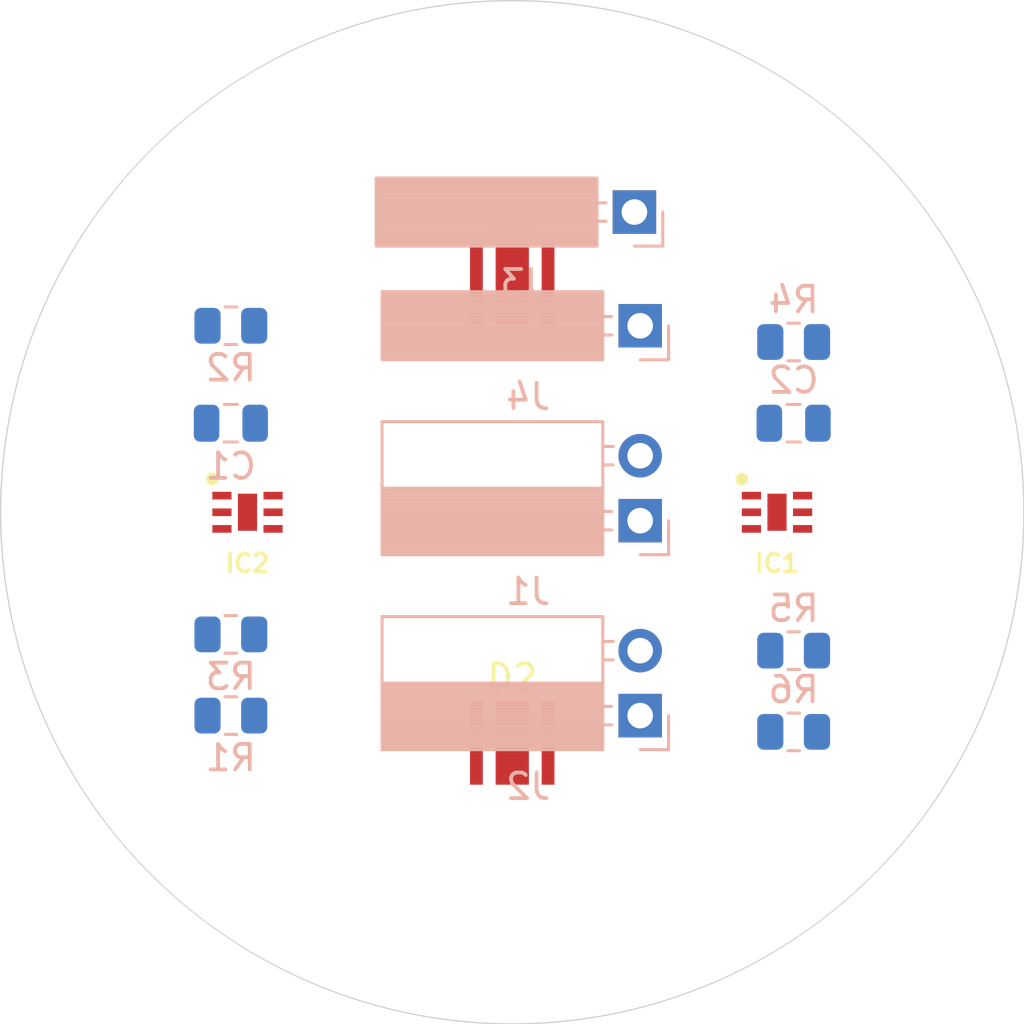
<source format=kicad_pcb>
(kicad_pcb (version 20171130) (host pcbnew 5.1.9-73d0e3b20d~88~ubuntu20.04.1)

  (general
    (thickness 1.6)
    (drawings 6)
    (tracks 0)
    (zones 0)
    (modules 16)
    (nets 15)
  )

  (page A4)
  (layers
    (0 F.Cu signal)
    (31 B.Cu signal)
    (32 B.Adhes user hide)
    (33 F.Adhes user hide)
    (34 B.Paste user hide)
    (35 F.Paste user hide)
    (36 B.SilkS user hide)
    (37 F.SilkS user)
    (38 B.Mask user)
    (39 F.Mask user hide)
    (40 Dwgs.User user)
    (41 Cmts.User user hide)
    (42 Eco1.User user hide)
    (43 Eco2.User user)
    (44 Edge.Cuts user)
    (45 Margin user hide)
    (46 B.CrtYd user)
    (47 F.CrtYd user)
    (48 B.Fab user hide)
    (49 F.Fab user)
  )

  (setup
    (last_trace_width 0.152)
    (trace_clearance 0.152)
    (zone_clearance 0.508)
    (zone_45_only no)
    (trace_min 0.152)
    (via_size 0.8)
    (via_drill 0.4)
    (via_min_size 0.4)
    (via_min_drill 0.3)
    (uvia_size 0.3)
    (uvia_drill 0.1)
    (uvias_allowed no)
    (uvia_min_size 0.2)
    (uvia_min_drill 0.1)
    (edge_width 0.05)
    (segment_width 0.2)
    (pcb_text_width 0.3)
    (pcb_text_size 1.5 1.5)
    (mod_edge_width 0.12)
    (mod_text_size 1 1)
    (mod_text_width 0.15)
    (pad_size 1.524 1.524)
    (pad_drill 0.762)
    (pad_to_mask_clearance 0)
    (aux_axis_origin 0 0)
    (visible_elements FFFFF77F)
    (pcbplotparams
      (layerselection 0x010fc_ffffffff)
      (usegerberextensions false)
      (usegerberattributes true)
      (usegerberadvancedattributes true)
      (creategerberjobfile true)
      (excludeedgelayer true)
      (linewidth 0.100000)
      (plotframeref false)
      (viasonmask false)
      (mode 1)
      (useauxorigin false)
      (hpglpennumber 1)
      (hpglpenspeed 20)
      (hpglpendiameter 15.000000)
      (psnegative false)
      (psa4output false)
      (plotreference true)
      (plotvalue true)
      (plotinvisibletext false)
      (padsonsilk false)
      (subtractmaskfromsilk false)
      (outputformat 1)
      (mirror false)
      (drillshape 1)
      (scaleselection 1)
      (outputdirectory ""))
  )

  (net 0 "")
  (net 1 "Net-(D1-Pad1)")
  (net 2 "Net-(D1-Pad2)")
  (net 3 "Net-(D2-Pad2)")
  (net 4 "Net-(D2-Pad1)")
  (net 5 GNDREF)
  (net 6 "Net-(C2-Pad1)")
  (net 7 "Net-(IC2-Pad4)")
  (net 8 "Net-(IC2-Pad5)")
  (net 9 "Net-(IC2-Pad6)")
  (net 10 "Net-(C1-Pad1)")
  (net 11 "Net-(IC1-Pad4)")
  (net 12 "Net-(IC1-Pad5)")
  (net 13 "Net-(IC1-Pad6)")
  (net 14 "Net-(R3-Pad1)")

  (net_class Default "This is the default net class."
    (clearance 0.152)
    (trace_width 0.152)
    (via_dia 0.8)
    (via_drill 0.4)
    (uvia_dia 0.3)
    (uvia_drill 0.1)
    (add_net GNDREF)
    (add_net "Net-(C1-Pad1)")
    (add_net "Net-(C2-Pad1)")
    (add_net "Net-(D1-Pad1)")
    (add_net "Net-(D1-Pad2)")
    (add_net "Net-(D2-Pad1)")
    (add_net "Net-(D2-Pad2)")
    (add_net "Net-(IC1-Pad4)")
    (add_net "Net-(IC1-Pad5)")
    (add_net "Net-(IC1-Pad6)")
    (add_net "Net-(IC2-Pad4)")
    (add_net "Net-(IC2-Pad5)")
    (add_net "Net-(IC2-Pad6)")
    (add_net "Net-(R3-Pad1)")
  )

  (module Capacitor_SMD:C_0805_2012Metric (layer B.Cu) (tedit 5F68FEEE) (tstamp 6024FD2F)
    (at 111 96.52 180)
    (descr "Capacitor SMD 0805 (2012 Metric), square (rectangular) end terminal, IPC_7351 nominal, (Body size source: IPC-SM-782 page 76, https://www.pcb-3d.com/wordpress/wp-content/uploads/ipc-sm-782a_amendment_1_and_2.pdf, https://docs.google.com/spreadsheets/d/1BsfQQcO9C6DZCsRaXUlFlo91Tg2WpOkGARC1WS5S8t0/edit?usp=sharing), generated with kicad-footprint-generator")
    (tags capacitor)
    (path /60211B20)
    (attr smd)
    (fp_text reference C2 (at 0 1.68) (layer B.SilkS)
      (effects (font (size 1 1) (thickness 0.15)) (justify mirror))
    )
    (fp_text value C_Small (at 0 -1.68) (layer B.Fab)
      (effects (font (size 1 1) (thickness 0.15)) (justify mirror))
    )
    (fp_line (start 1.7 -0.98) (end -1.7 -0.98) (layer B.CrtYd) (width 0.05))
    (fp_line (start 1.7 0.98) (end 1.7 -0.98) (layer B.CrtYd) (width 0.05))
    (fp_line (start -1.7 0.98) (end 1.7 0.98) (layer B.CrtYd) (width 0.05))
    (fp_line (start -1.7 -0.98) (end -1.7 0.98) (layer B.CrtYd) (width 0.05))
    (fp_line (start -0.261252 -0.735) (end 0.261252 -0.735) (layer B.SilkS) (width 0.12))
    (fp_line (start -0.261252 0.735) (end 0.261252 0.735) (layer B.SilkS) (width 0.12))
    (fp_line (start 1 -0.625) (end -1 -0.625) (layer B.Fab) (width 0.1))
    (fp_line (start 1 0.625) (end 1 -0.625) (layer B.Fab) (width 0.1))
    (fp_line (start -1 0.625) (end 1 0.625) (layer B.Fab) (width 0.1))
    (fp_line (start -1 -0.625) (end -1 0.625) (layer B.Fab) (width 0.1))
    (fp_text user %R (at 0 0) (layer B.Fab)
      (effects (font (size 0.5 0.5) (thickness 0.08)) (justify mirror))
    )
    (pad 1 smd roundrect (at -0.95 0 180) (size 1 1.45) (layers B.Cu B.Paste B.Mask) (roundrect_rratio 0.25)
      (net 6 "Net-(C2-Pad1)"))
    (pad 2 smd roundrect (at 0.95 0 180) (size 1 1.45) (layers B.Cu B.Paste B.Mask) (roundrect_rratio 0.25)
      (net 5 GNDREF))
    (model ${KISYS3DMOD}/Capacitor_SMD.3dshapes/C_0805_2012Metric.wrl
      (at (xyz 0 0 0))
      (scale (xyz 1 1 1))
      (rotate (xyz 0 0 0))
    )
  )

  (module LED:LED (layer F.Cu) (tedit 60199939) (tstamp 60250789)
    (at 100 91 180)
    (path /60208E23)
    (fp_text reference D1 (at 0 2.54) (layer F.SilkS)
      (effects (font (size 1 1) (thickness 0.15)))
    )
    (fp_text value LED (at 0 -2.54) (layer F.Fab)
      (effects (font (size 1 1) (thickness 0.15)))
    )
    (pad 3 smd rect (at 1.4 0 180) (size 0.5 3.3) (layers F.Cu F.Paste F.Mask))
    (pad 2 smd rect (at 0 0 180) (size 1.3 3.3) (layers F.Cu F.Paste F.Mask)
      (net 2 "Net-(D1-Pad2)"))
    (pad 1 smd rect (at -1.4 0 180) (size 0.5 3.3) (layers F.Cu F.Paste F.Mask)
      (net 1 "Net-(D1-Pad1)"))
  )

  (module LED:LED (layer F.Cu) (tedit 60199939) (tstamp 6024FD3D)
    (at 100 109 180)
    (path /602094A5)
    (fp_text reference D2 (at 0 2.54) (layer F.SilkS)
      (effects (font (size 1 1) (thickness 0.15)))
    )
    (fp_text value LED (at 0 -2.54) (layer F.Fab)
      (effects (font (size 1 1) (thickness 0.15)))
    )
    (pad 1 smd rect (at -1.4 0 180) (size 0.5 3.3) (layers F.Cu F.Paste F.Mask)
      (net 4 "Net-(D2-Pad1)"))
    (pad 2 smd rect (at 0 0 180) (size 1.3 3.3) (layers F.Cu F.Paste F.Mask)
      (net 3 "Net-(D2-Pad2)"))
    (pad 3 smd rect (at 1.4 0 180) (size 0.5 3.3) (layers F.Cu F.Paste F.Mask))
  )

  (module OPT3002DNPT:SON65P200X200X65-7N-D (layer F.Cu) (tedit 0) (tstamp 60454B0C)
    (at 89.65 100)
    (descr DNP0006A_1)
    (tags "Integrated Circuit")
    (path /602119A4)
    (attr smd)
    (fp_text reference IC2 (at 0 2) (layer F.SilkS)
      (effects (font (size 0.7 0.7) (thickness 0.15)))
    )
    (fp_text value OPT3002DNPT (at 0 0) (layer F.SilkS) hide
      (effects (font (size 1.27 1.27) (thickness 0.254)))
    )
    (fp_circle (center -1.375 -1.3) (end -1.375 -1.175) (layer F.SilkS) (width 0.25))
    (fp_line (start -1 -0.5) (end -0.5 -1) (layer F.Fab) (width 0.1))
    (fp_line (start -1 1) (end -1 -1) (layer F.Fab) (width 0.1))
    (fp_line (start 1 1) (end -1 1) (layer F.Fab) (width 0.1))
    (fp_line (start 1 -1) (end 1 1) (layer F.Fab) (width 0.1))
    (fp_line (start -1 -1) (end 1 -1) (layer F.Fab) (width 0.1))
    (fp_line (start -1.625 1.3) (end -1.625 -1.3) (layer F.CrtYd) (width 0.05))
    (fp_line (start 1.625 1.3) (end -1.625 1.3) (layer F.CrtYd) (width 0.05))
    (fp_line (start 1.625 -1.3) (end 1.625 1.3) (layer F.CrtYd) (width 0.05))
    (fp_line (start -1.625 -1.3) (end 1.625 -1.3) (layer F.CrtYd) (width 0.05))
    (fp_text user %R (at 0 -0.305) (layer F.Fab)
      (effects (font (size 1.27 1.27) (thickness 0.254)))
    )
    (pad 1 smd rect (at -1 -0.65 90) (size 0.3 0.75) (layers F.Cu F.Paste F.Mask)
      (net 6 "Net-(C2-Pad1)"))
    (pad 2 smd rect (at -1 0 90) (size 0.3 0.75) (layers F.Cu F.Paste F.Mask)
      (net 5 GNDREF))
    (pad 3 smd rect (at -1 0.65 90) (size 0.3 0.75) (layers F.Cu F.Paste F.Mask)
      (net 5 GNDREF))
    (pad 4 smd rect (at 1 0.65 90) (size 0.3 0.75) (layers F.Cu F.Paste F.Mask)
      (net 7 "Net-(IC2-Pad4)"))
    (pad 5 smd rect (at 1 0 90) (size 0.3 0.75) (layers F.Cu F.Paste F.Mask)
      (net 8 "Net-(IC2-Pad5)"))
    (pad 6 smd rect (at 1 -0.65 90) (size 0.3 0.75) (layers F.Cu F.Paste F.Mask)
      (net 9 "Net-(IC2-Pad6)"))
    (pad 7 smd rect (at 0 0) (size 0.75 1.45) (layers F.Cu F.Paste F.Mask)
      (net 5 GNDREF))
    (model OPT3002DNPT.stp
      (at (xyz 0 0 0))
      (scale (xyz 1 1 1))
      (rotate (xyz 0 0 0))
    )
  )

  (module Connector_PinSocket_2.54mm:PinSocket_1x02_P2.54mm_Horizontal (layer B.Cu) (tedit 5A19A41B) (tstamp 604544AE)
    (at 105 100.33)
    (descr "Through hole angled socket strip, 1x02, 2.54mm pitch, 8.51mm socket length, single row (from Kicad 4.0.7), script generated")
    (tags "Through hole angled socket strip THT 1x02 2.54mm single row")
    (path /60209395)
    (fp_text reference J1 (at -4.38 2.77) (layer B.SilkS)
      (effects (font (size 1 1) (thickness 0.15)) (justify mirror))
    )
    (fp_text value LEDazul (at -4.38 -5.31) (layer B.Fab)
      (effects (font (size 1 1) (thickness 0.15)) (justify mirror))
    )
    (fp_line (start 1.75 -4.35) (end 1.75 1.75) (layer B.CrtYd) (width 0.05))
    (fp_line (start -10.55 -4.35) (end 1.75 -4.35) (layer B.CrtYd) (width 0.05))
    (fp_line (start -10.55 1.75) (end -10.55 -4.35) (layer B.CrtYd) (width 0.05))
    (fp_line (start 1.75 1.75) (end -10.55 1.75) (layer B.CrtYd) (width 0.05))
    (fp_line (start 0 1.33) (end 1.11 1.33) (layer B.SilkS) (width 0.12))
    (fp_line (start 1.11 1.33) (end 1.11 0) (layer B.SilkS) (width 0.12))
    (fp_line (start -10.09 1.33) (end -10.09 -3.87) (layer B.SilkS) (width 0.12))
    (fp_line (start -10.09 -3.87) (end -1.46 -3.87) (layer B.SilkS) (width 0.12))
    (fp_line (start -1.46 1.33) (end -1.46 -3.87) (layer B.SilkS) (width 0.12))
    (fp_line (start -10.09 1.33) (end -1.46 1.33) (layer B.SilkS) (width 0.12))
    (fp_line (start -10.09 -1.27) (end -1.46 -1.27) (layer B.SilkS) (width 0.12))
    (fp_line (start -1.46 -2.9) (end -1.05 -2.9) (layer B.SilkS) (width 0.12))
    (fp_line (start -1.46 -2.18) (end -1.05 -2.18) (layer B.SilkS) (width 0.12))
    (fp_line (start -1.46 -0.36) (end -1.11 -0.36) (layer B.SilkS) (width 0.12))
    (fp_line (start -1.46 0.36) (end -1.11 0.36) (layer B.SilkS) (width 0.12))
    (fp_line (start -10.09 -1.1519) (end -1.46 -1.1519) (layer B.SilkS) (width 0.12))
    (fp_line (start -10.09 -1.033805) (end -1.46 -1.033805) (layer B.SilkS) (width 0.12))
    (fp_line (start -10.09 -0.91571) (end -1.46 -0.91571) (layer B.SilkS) (width 0.12))
    (fp_line (start -10.09 -0.797615) (end -1.46 -0.797615) (layer B.SilkS) (width 0.12))
    (fp_line (start -10.09 -0.67952) (end -1.46 -0.67952) (layer B.SilkS) (width 0.12))
    (fp_line (start -10.09 -0.561425) (end -1.46 -0.561425) (layer B.SilkS) (width 0.12))
    (fp_line (start -10.09 -0.44333) (end -1.46 -0.44333) (layer B.SilkS) (width 0.12))
    (fp_line (start -10.09 -0.325235) (end -1.46 -0.325235) (layer B.SilkS) (width 0.12))
    (fp_line (start -10.09 -0.20714) (end -1.46 -0.20714) (layer B.SilkS) (width 0.12))
    (fp_line (start -10.09 -0.089045) (end -1.46 -0.089045) (layer B.SilkS) (width 0.12))
    (fp_line (start -10.09 0.02905) (end -1.46 0.02905) (layer B.SilkS) (width 0.12))
    (fp_line (start -10.09 0.147145) (end -1.46 0.147145) (layer B.SilkS) (width 0.12))
    (fp_line (start -10.09 0.26524) (end -1.46 0.26524) (layer B.SilkS) (width 0.12))
    (fp_line (start -10.09 0.383335) (end -1.46 0.383335) (layer B.SilkS) (width 0.12))
    (fp_line (start -10.09 0.50143) (end -1.46 0.50143) (layer B.SilkS) (width 0.12))
    (fp_line (start -10.09 0.619525) (end -1.46 0.619525) (layer B.SilkS) (width 0.12))
    (fp_line (start -10.09 0.73762) (end -1.46 0.73762) (layer B.SilkS) (width 0.12))
    (fp_line (start -10.09 0.855715) (end -1.46 0.855715) (layer B.SilkS) (width 0.12))
    (fp_line (start -10.09 0.97381) (end -1.46 0.97381) (layer B.SilkS) (width 0.12))
    (fp_line (start -10.09 1.091905) (end -1.46 1.091905) (layer B.SilkS) (width 0.12))
    (fp_line (start -10.09 1.21) (end -1.46 1.21) (layer B.SilkS) (width 0.12))
    (fp_line (start 0 -2.84) (end 0 -2.24) (layer B.Fab) (width 0.1))
    (fp_line (start -1.52 -2.84) (end 0 -2.84) (layer B.Fab) (width 0.1))
    (fp_line (start 0 -2.24) (end -1.52 -2.24) (layer B.Fab) (width 0.1))
    (fp_line (start 0 -0.3) (end 0 0.3) (layer B.Fab) (width 0.1))
    (fp_line (start -1.52 -0.3) (end 0 -0.3) (layer B.Fab) (width 0.1))
    (fp_line (start 0 0.3) (end -1.52 0.3) (layer B.Fab) (width 0.1))
    (fp_line (start -10.03 -3.81) (end -10.03 1.27) (layer B.Fab) (width 0.1))
    (fp_line (start -1.52 -3.81) (end -10.03 -3.81) (layer B.Fab) (width 0.1))
    (fp_line (start -1.52 0.3) (end -1.52 -3.81) (layer B.Fab) (width 0.1))
    (fp_line (start -2.49 1.27) (end -1.52 0.3) (layer B.Fab) (width 0.1))
    (fp_line (start -10.03 1.27) (end -2.49 1.27) (layer B.Fab) (width 0.1))
    (fp_text user %R (at -5.775 -1.27) (layer B.Fab)
      (effects (font (size 1 1) (thickness 0.15)) (justify mirror))
    )
    (pad 1 thru_hole rect (at 0 0) (size 1.7 1.7) (drill 1) (layers *.Cu *.Mask)
      (net 2 "Net-(D1-Pad2)"))
    (pad 2 thru_hole oval (at 0 -2.54) (size 1.7 1.7) (drill 1) (layers *.Cu *.Mask)
      (net 1 "Net-(D1-Pad1)"))
    (model ${KISYS3DMOD}/Connector_PinSocket_2.54mm.3dshapes/PinSocket_1x02_P2.54mm_Horizontal.wrl
      (at (xyz 0 0 0))
      (scale (xyz 1 1 1))
      (rotate (xyz 0 0 0))
    )
  )

  (module Connector_PinSocket_2.54mm:PinSocket_1x02_P2.54mm_Horizontal (layer B.Cu) (tedit 5A19A41B) (tstamp 6024FDBF)
    (at 105 107.95)
    (descr "Through hole angled socket strip, 1x02, 2.54mm pitch, 8.51mm socket length, single row (from Kicad 4.0.7), script generated")
    (tags "Through hole angled socket strip THT 1x02 2.54mm single row")
    (path /60209B44)
    (fp_text reference J2 (at -4.38 2.77) (layer B.SilkS)
      (effects (font (size 1 1) (thickness 0.15)) (justify mirror))
    )
    (fp_text value LEDambar (at -4.38 -5.31) (layer B.Fab)
      (effects (font (size 1 1) (thickness 0.15)) (justify mirror))
    )
    (fp_line (start -10.03 1.27) (end -2.49 1.27) (layer B.Fab) (width 0.1))
    (fp_line (start -2.49 1.27) (end -1.52 0.3) (layer B.Fab) (width 0.1))
    (fp_line (start -1.52 0.3) (end -1.52 -3.81) (layer B.Fab) (width 0.1))
    (fp_line (start -1.52 -3.81) (end -10.03 -3.81) (layer B.Fab) (width 0.1))
    (fp_line (start -10.03 -3.81) (end -10.03 1.27) (layer B.Fab) (width 0.1))
    (fp_line (start 0 0.3) (end -1.52 0.3) (layer B.Fab) (width 0.1))
    (fp_line (start -1.52 -0.3) (end 0 -0.3) (layer B.Fab) (width 0.1))
    (fp_line (start 0 -0.3) (end 0 0.3) (layer B.Fab) (width 0.1))
    (fp_line (start 0 -2.24) (end -1.52 -2.24) (layer B.Fab) (width 0.1))
    (fp_line (start -1.52 -2.84) (end 0 -2.84) (layer B.Fab) (width 0.1))
    (fp_line (start 0 -2.84) (end 0 -2.24) (layer B.Fab) (width 0.1))
    (fp_line (start -10.09 1.21) (end -1.46 1.21) (layer B.SilkS) (width 0.12))
    (fp_line (start -10.09 1.091905) (end -1.46 1.091905) (layer B.SilkS) (width 0.12))
    (fp_line (start -10.09 0.97381) (end -1.46 0.97381) (layer B.SilkS) (width 0.12))
    (fp_line (start -10.09 0.855715) (end -1.46 0.855715) (layer B.SilkS) (width 0.12))
    (fp_line (start -10.09 0.73762) (end -1.46 0.73762) (layer B.SilkS) (width 0.12))
    (fp_line (start -10.09 0.619525) (end -1.46 0.619525) (layer B.SilkS) (width 0.12))
    (fp_line (start -10.09 0.50143) (end -1.46 0.50143) (layer B.SilkS) (width 0.12))
    (fp_line (start -10.09 0.383335) (end -1.46 0.383335) (layer B.SilkS) (width 0.12))
    (fp_line (start -10.09 0.26524) (end -1.46 0.26524) (layer B.SilkS) (width 0.12))
    (fp_line (start -10.09 0.147145) (end -1.46 0.147145) (layer B.SilkS) (width 0.12))
    (fp_line (start -10.09 0.02905) (end -1.46 0.02905) (layer B.SilkS) (width 0.12))
    (fp_line (start -10.09 -0.089045) (end -1.46 -0.089045) (layer B.SilkS) (width 0.12))
    (fp_line (start -10.09 -0.20714) (end -1.46 -0.20714) (layer B.SilkS) (width 0.12))
    (fp_line (start -10.09 -0.325235) (end -1.46 -0.325235) (layer B.SilkS) (width 0.12))
    (fp_line (start -10.09 -0.44333) (end -1.46 -0.44333) (layer B.SilkS) (width 0.12))
    (fp_line (start -10.09 -0.561425) (end -1.46 -0.561425) (layer B.SilkS) (width 0.12))
    (fp_line (start -10.09 -0.67952) (end -1.46 -0.67952) (layer B.SilkS) (width 0.12))
    (fp_line (start -10.09 -0.797615) (end -1.46 -0.797615) (layer B.SilkS) (width 0.12))
    (fp_line (start -10.09 -0.91571) (end -1.46 -0.91571) (layer B.SilkS) (width 0.12))
    (fp_line (start -10.09 -1.033805) (end -1.46 -1.033805) (layer B.SilkS) (width 0.12))
    (fp_line (start -10.09 -1.1519) (end -1.46 -1.1519) (layer B.SilkS) (width 0.12))
    (fp_line (start -1.46 0.36) (end -1.11 0.36) (layer B.SilkS) (width 0.12))
    (fp_line (start -1.46 -0.36) (end -1.11 -0.36) (layer B.SilkS) (width 0.12))
    (fp_line (start -1.46 -2.18) (end -1.05 -2.18) (layer B.SilkS) (width 0.12))
    (fp_line (start -1.46 -2.9) (end -1.05 -2.9) (layer B.SilkS) (width 0.12))
    (fp_line (start -10.09 -1.27) (end -1.46 -1.27) (layer B.SilkS) (width 0.12))
    (fp_line (start -10.09 1.33) (end -1.46 1.33) (layer B.SilkS) (width 0.12))
    (fp_line (start -1.46 1.33) (end -1.46 -3.87) (layer B.SilkS) (width 0.12))
    (fp_line (start -10.09 -3.87) (end -1.46 -3.87) (layer B.SilkS) (width 0.12))
    (fp_line (start -10.09 1.33) (end -10.09 -3.87) (layer B.SilkS) (width 0.12))
    (fp_line (start 1.11 1.33) (end 1.11 0) (layer B.SilkS) (width 0.12))
    (fp_line (start 0 1.33) (end 1.11 1.33) (layer B.SilkS) (width 0.12))
    (fp_line (start 1.75 1.75) (end -10.55 1.75) (layer B.CrtYd) (width 0.05))
    (fp_line (start -10.55 1.75) (end -10.55 -4.35) (layer B.CrtYd) (width 0.05))
    (fp_line (start -10.55 -4.35) (end 1.75 -4.35) (layer B.CrtYd) (width 0.05))
    (fp_line (start 1.75 -4.35) (end 1.75 1.75) (layer B.CrtYd) (width 0.05))
    (fp_text user %R (at -5.775 -1.27) (layer B.Fab)
      (effects (font (size 1 1) (thickness 0.15)) (justify mirror))
    )
    (pad 2 thru_hole oval (at 0 -2.54) (size 1.7 1.7) (drill 1) (layers *.Cu *.Mask)
      (net 4 "Net-(D2-Pad1)"))
    (pad 1 thru_hole rect (at 0 0) (size 1.7 1.7) (drill 1) (layers *.Cu *.Mask)
      (net 3 "Net-(D2-Pad2)"))
    (model ${KISYS3DMOD}/Connector_PinSocket_2.54mm.3dshapes/PinSocket_1x02_P2.54mm_Horizontal.wrl
      (at (xyz 0 0 0))
      (scale (xyz 1 1 1))
      (rotate (xyz 0 0 0))
    )
  )

  (module Connector_PinSocket_2.54mm:PinSocket_1x01_P2.54mm_Horizontal (layer B.Cu) (tedit 5A19A42A) (tstamp 6024FDEF)
    (at 105 92.71)
    (descr "Through hole angled socket strip, 1x01, 2.54mm pitch, 8.51mm socket length, single row (from Kicad 4.0.7), script generated")
    (tags "Through hole angled socket strip THT 1x01 2.54mm single row")
    (path /60211B37)
    (fp_text reference J4 (at -4.38 2.77) (layer B.SilkS)
      (effects (font (size 1 1) (thickness 0.15)) (justify mirror))
    )
    (fp_text value Vin (at -4.38 -2.77) (layer B.Fab)
      (effects (font (size 1 1) (thickness 0.15)) (justify mirror))
    )
    (fp_line (start 1.75 -1.75) (end 1.75 1.8) (layer B.CrtYd) (width 0.05))
    (fp_line (start -10.55 -1.75) (end 1.75 -1.75) (layer B.CrtYd) (width 0.05))
    (fp_line (start -10.55 1.8) (end -10.55 -1.75) (layer B.CrtYd) (width 0.05))
    (fp_line (start 1.75 1.8) (end -10.55 1.8) (layer B.CrtYd) (width 0.05))
    (fp_line (start 0 1.33) (end 1.11 1.33) (layer B.SilkS) (width 0.12))
    (fp_line (start 1.11 1.33) (end 1.11 0) (layer B.SilkS) (width 0.12))
    (fp_line (start -10.09 1.33) (end -10.09 -1.33) (layer B.SilkS) (width 0.12))
    (fp_line (start -10.09 -1.33) (end -1.46 -1.33) (layer B.SilkS) (width 0.12))
    (fp_line (start -1.46 1.33) (end -1.46 -1.33) (layer B.SilkS) (width 0.12))
    (fp_line (start -10.09 1.33) (end -1.46 1.33) (layer B.SilkS) (width 0.12))
    (fp_line (start -1.46 -0.36) (end -1.11 -0.36) (layer B.SilkS) (width 0.12))
    (fp_line (start -1.46 0.36) (end -1.11 0.36) (layer B.SilkS) (width 0.12))
    (fp_line (start -10.09 -1.214555) (end -1.46 -1.214555) (layer B.SilkS) (width 0.12))
    (fp_line (start -10.09 -1.0991) (end -1.46 -1.0991) (layer B.SilkS) (width 0.12))
    (fp_line (start -10.09 -0.983645) (end -1.46 -0.983645) (layer B.SilkS) (width 0.12))
    (fp_line (start -10.09 -0.86819) (end -1.46 -0.86819) (layer B.SilkS) (width 0.12))
    (fp_line (start -10.09 -0.752735) (end -1.46 -0.752735) (layer B.SilkS) (width 0.12))
    (fp_line (start -10.09 -0.63728) (end -1.46 -0.63728) (layer B.SilkS) (width 0.12))
    (fp_line (start -10.09 -0.521825) (end -1.46 -0.521825) (layer B.SilkS) (width 0.12))
    (fp_line (start -10.09 -0.40637) (end -1.46 -0.40637) (layer B.SilkS) (width 0.12))
    (fp_line (start -10.09 -0.290915) (end -1.46 -0.290915) (layer B.SilkS) (width 0.12))
    (fp_line (start -10.09 -0.17546) (end -1.46 -0.17546) (layer B.SilkS) (width 0.12))
    (fp_line (start -10.09 -0.060005) (end -1.46 -0.060005) (layer B.SilkS) (width 0.12))
    (fp_line (start -10.09 0.05545) (end -1.46 0.05545) (layer B.SilkS) (width 0.12))
    (fp_line (start -10.09 0.170905) (end -1.46 0.170905) (layer B.SilkS) (width 0.12))
    (fp_line (start -10.09 0.28636) (end -1.46 0.28636) (layer B.SilkS) (width 0.12))
    (fp_line (start -10.09 0.401815) (end -1.46 0.401815) (layer B.SilkS) (width 0.12))
    (fp_line (start -10.09 0.51727) (end -1.46 0.51727) (layer B.SilkS) (width 0.12))
    (fp_line (start -10.09 0.632725) (end -1.46 0.632725) (layer B.SilkS) (width 0.12))
    (fp_line (start -10.09 0.74818) (end -1.46 0.74818) (layer B.SilkS) (width 0.12))
    (fp_line (start -10.09 0.863635) (end -1.46 0.863635) (layer B.SilkS) (width 0.12))
    (fp_line (start -10.09 0.97909) (end -1.46 0.97909) (layer B.SilkS) (width 0.12))
    (fp_line (start -10.09 1.094545) (end -1.46 1.094545) (layer B.SilkS) (width 0.12))
    (fp_line (start -10.09 1.21) (end -1.46 1.21) (layer B.SilkS) (width 0.12))
    (fp_line (start 0 -0.3) (end 0 0.3) (layer B.Fab) (width 0.1))
    (fp_line (start -1.52 -0.3) (end 0 -0.3) (layer B.Fab) (width 0.1))
    (fp_line (start 0 0.3) (end -1.52 0.3) (layer B.Fab) (width 0.1))
    (fp_line (start -10.03 -1.27) (end -10.03 1.27) (layer B.Fab) (width 0.1))
    (fp_line (start -1.52 -1.27) (end -10.03 -1.27) (layer B.Fab) (width 0.1))
    (fp_line (start -1.52 0.635) (end -1.52 -1.27) (layer B.Fab) (width 0.1))
    (fp_line (start -2.155 1.27) (end -1.52 0.635) (layer B.Fab) (width 0.1))
    (fp_line (start -10.03 1.27) (end -2.155 1.27) (layer B.Fab) (width 0.1))
    (fp_text user %R (at -5.775 0) (layer B.Fab)
      (effects (font (size 1 1) (thickness 0.15)) (justify mirror))
    )
    (pad 1 thru_hole rect (at 0 0) (size 1.7 1.7) (drill 1) (layers *.Cu *.Mask)
      (net 6 "Net-(C2-Pad1)"))
    (model ${KISYS3DMOD}/Connector_PinSocket_2.54mm.3dshapes/PinSocket_1x01_P2.54mm_Horizontal.wrl
      (at (xyz 0 0 0))
      (scale (xyz 1 1 1))
      (rotate (xyz 0 0 0))
    )
  )

  (module Resistor_SMD:R_0805_2012Metric (layer B.Cu) (tedit 5F68FEEE) (tstamp 6024FE00)
    (at 111 93.345 180)
    (descr "Resistor SMD 0805 (2012 Metric), square (rectangular) end terminal, IPC_7351 nominal, (Body size source: IPC-SM-782 page 72, https://www.pcb-3d.com/wordpress/wp-content/uploads/ipc-sm-782a_amendment_1_and_2.pdf), generated with kicad-footprint-generator")
    (tags resistor)
    (path /60211AF8)
    (attr smd)
    (fp_text reference R4 (at 0 1.65) (layer B.SilkS)
      (effects (font (size 1 1) (thickness 0.15)) (justify mirror))
    )
    (fp_text value 10k (at 0 -1.65) (layer B.Fab)
      (effects (font (size 1 1) (thickness 0.15)) (justify mirror))
    )
    (fp_line (start 1.68 -0.95) (end -1.68 -0.95) (layer B.CrtYd) (width 0.05))
    (fp_line (start 1.68 0.95) (end 1.68 -0.95) (layer B.CrtYd) (width 0.05))
    (fp_line (start -1.68 0.95) (end 1.68 0.95) (layer B.CrtYd) (width 0.05))
    (fp_line (start -1.68 -0.95) (end -1.68 0.95) (layer B.CrtYd) (width 0.05))
    (fp_line (start -0.227064 -0.735) (end 0.227064 -0.735) (layer B.SilkS) (width 0.12))
    (fp_line (start -0.227064 0.735) (end 0.227064 0.735) (layer B.SilkS) (width 0.12))
    (fp_line (start 1 -0.625) (end -1 -0.625) (layer B.Fab) (width 0.1))
    (fp_line (start 1 0.625) (end 1 -0.625) (layer B.Fab) (width 0.1))
    (fp_line (start -1 0.625) (end 1 0.625) (layer B.Fab) (width 0.1))
    (fp_line (start -1 -0.625) (end -1 0.625) (layer B.Fab) (width 0.1))
    (fp_text user %R (at 0 0) (layer B.Fab)
      (effects (font (size 0.5 0.5) (thickness 0.08)) (justify mirror))
    )
    (pad 1 smd roundrect (at -0.9125 0 180) (size 1.025 1.4) (layers B.Cu B.Paste B.Mask) (roundrect_rratio 0.243902)
      (net 6 "Net-(C2-Pad1)"))
    (pad 2 smd roundrect (at 0.9125 0 180) (size 1.025 1.4) (layers B.Cu B.Paste B.Mask) (roundrect_rratio 0.243902)
      (net 7 "Net-(IC2-Pad4)"))
    (model ${KISYS3DMOD}/Resistor_SMD.3dshapes/R_0805_2012Metric.wrl
      (at (xyz 0 0 0))
      (scale (xyz 1 1 1))
      (rotate (xyz 0 0 0))
    )
  )

  (module Resistor_SMD:R_0805_2012Metric (layer B.Cu) (tedit 5F68FEEE) (tstamp 6024FE11)
    (at 111 105.41 180)
    (descr "Resistor SMD 0805 (2012 Metric), square (rectangular) end terminal, IPC_7351 nominal, (Body size source: IPC-SM-782 page 72, https://www.pcb-3d.com/wordpress/wp-content/uploads/ipc-sm-782a_amendment_1_and_2.pdf), generated with kicad-footprint-generator")
    (tags resistor)
    (path /60211B0D)
    (attr smd)
    (fp_text reference R5 (at 0 1.65) (layer B.SilkS)
      (effects (font (size 1 1) (thickness 0.15)) (justify mirror))
    )
    (fp_text value 10k (at 0 -1.65) (layer B.Fab)
      (effects (font (size 1 1) (thickness 0.15)) (justify mirror))
    )
    (fp_line (start 1.68 -0.95) (end -1.68 -0.95) (layer B.CrtYd) (width 0.05))
    (fp_line (start 1.68 0.95) (end 1.68 -0.95) (layer B.CrtYd) (width 0.05))
    (fp_line (start -1.68 0.95) (end 1.68 0.95) (layer B.CrtYd) (width 0.05))
    (fp_line (start -1.68 -0.95) (end -1.68 0.95) (layer B.CrtYd) (width 0.05))
    (fp_line (start -0.227064 -0.735) (end 0.227064 -0.735) (layer B.SilkS) (width 0.12))
    (fp_line (start -0.227064 0.735) (end 0.227064 0.735) (layer B.SilkS) (width 0.12))
    (fp_line (start 1 -0.625) (end -1 -0.625) (layer B.Fab) (width 0.1))
    (fp_line (start 1 0.625) (end 1 -0.625) (layer B.Fab) (width 0.1))
    (fp_line (start -1 0.625) (end 1 0.625) (layer B.Fab) (width 0.1))
    (fp_line (start -1 -0.625) (end -1 0.625) (layer B.Fab) (width 0.1))
    (fp_text user %R (at 0 0) (layer B.Fab)
      (effects (font (size 0.5 0.5) (thickness 0.08)) (justify mirror))
    )
    (pad 1 smd roundrect (at -0.9125 0 180) (size 1.025 1.4) (layers B.Cu B.Paste B.Mask) (roundrect_rratio 0.243902)
      (net 6 "Net-(C2-Pad1)"))
    (pad 2 smd roundrect (at 0.9125 0 180) (size 1.025 1.4) (layers B.Cu B.Paste B.Mask) (roundrect_rratio 0.243902)
      (net 8 "Net-(IC2-Pad5)"))
    (model ${KISYS3DMOD}/Resistor_SMD.3dshapes/R_0805_2012Metric.wrl
      (at (xyz 0 0 0))
      (scale (xyz 1 1 1))
      (rotate (xyz 0 0 0))
    )
  )

  (module Resistor_SMD:R_0805_2012Metric (layer B.Cu) (tedit 5F68FEEE) (tstamp 6024FE22)
    (at 111 108.585 180)
    (descr "Resistor SMD 0805 (2012 Metric), square (rectangular) end terminal, IPC_7351 nominal, (Body size source: IPC-SM-782 page 72, https://www.pcb-3d.com/wordpress/wp-content/uploads/ipc-sm-782a_amendment_1_and_2.pdf), generated with kicad-footprint-generator")
    (tags resistor)
    (path /60211B03)
    (attr smd)
    (fp_text reference R6 (at 0 1.65) (layer B.SilkS)
      (effects (font (size 1 1) (thickness 0.15)) (justify mirror))
    )
    (fp_text value 10k (at 0 -1.65) (layer B.Fab)
      (effects (font (size 1 1) (thickness 0.15)) (justify mirror))
    )
    (fp_line (start -1 -0.625) (end -1 0.625) (layer B.Fab) (width 0.1))
    (fp_line (start -1 0.625) (end 1 0.625) (layer B.Fab) (width 0.1))
    (fp_line (start 1 0.625) (end 1 -0.625) (layer B.Fab) (width 0.1))
    (fp_line (start 1 -0.625) (end -1 -0.625) (layer B.Fab) (width 0.1))
    (fp_line (start -0.227064 0.735) (end 0.227064 0.735) (layer B.SilkS) (width 0.12))
    (fp_line (start -0.227064 -0.735) (end 0.227064 -0.735) (layer B.SilkS) (width 0.12))
    (fp_line (start -1.68 -0.95) (end -1.68 0.95) (layer B.CrtYd) (width 0.05))
    (fp_line (start -1.68 0.95) (end 1.68 0.95) (layer B.CrtYd) (width 0.05))
    (fp_line (start 1.68 0.95) (end 1.68 -0.95) (layer B.CrtYd) (width 0.05))
    (fp_line (start 1.68 -0.95) (end -1.68 -0.95) (layer B.CrtYd) (width 0.05))
    (fp_text user %R (at 0 0) (layer B.Fab)
      (effects (font (size 0.5 0.5) (thickness 0.08)) (justify mirror))
    )
    (pad 2 smd roundrect (at 0.9125 0 180) (size 1.025 1.4) (layers B.Cu B.Paste B.Mask) (roundrect_rratio 0.243902)
      (net 9 "Net-(IC2-Pad6)"))
    (pad 1 smd roundrect (at -0.9125 0 180) (size 1.025 1.4) (layers B.Cu B.Paste B.Mask) (roundrect_rratio 0.243902)
      (net 6 "Net-(C2-Pad1)"))
    (model ${KISYS3DMOD}/Resistor_SMD.3dshapes/R_0805_2012Metric.wrl
      (at (xyz 0 0 0))
      (scale (xyz 1 1 1))
      (rotate (xyz 0 0 0))
    )
  )

  (module Capacitor_SMD:C_0805_2012Metric (layer B.Cu) (tedit 5F68FEEE) (tstamp 6043E1F5)
    (at 89 96.52)
    (descr "Capacitor SMD 0805 (2012 Metric), square (rectangular) end terminal, IPC_7351 nominal, (Body size source: IPC-SM-782 page 76, https://www.pcb-3d.com/wordpress/wp-content/uploads/ipc-sm-782a_amendment_1_and_2.pdf, https://docs.google.com/spreadsheets/d/1BsfQQcO9C6DZCsRaXUlFlo91Tg2WpOkGARC1WS5S8t0/edit?usp=sharing), generated with kicad-footprint-generator")
    (tags capacitor)
    (path /60449403)
    (attr smd)
    (fp_text reference C1 (at 0 1.68) (layer B.SilkS)
      (effects (font (size 1 1) (thickness 0.15)) (justify mirror))
    )
    (fp_text value C_Small (at 0 -1.68) (layer B.Fab)
      (effects (font (size 1 1) (thickness 0.15)) (justify mirror))
    )
    (fp_line (start -1 -0.625) (end -1 0.625) (layer B.Fab) (width 0.1))
    (fp_line (start -1 0.625) (end 1 0.625) (layer B.Fab) (width 0.1))
    (fp_line (start 1 0.625) (end 1 -0.625) (layer B.Fab) (width 0.1))
    (fp_line (start 1 -0.625) (end -1 -0.625) (layer B.Fab) (width 0.1))
    (fp_line (start -0.261252 0.735) (end 0.261252 0.735) (layer B.SilkS) (width 0.12))
    (fp_line (start -0.261252 -0.735) (end 0.261252 -0.735) (layer B.SilkS) (width 0.12))
    (fp_line (start -1.7 -0.98) (end -1.7 0.98) (layer B.CrtYd) (width 0.05))
    (fp_line (start -1.7 0.98) (end 1.7 0.98) (layer B.CrtYd) (width 0.05))
    (fp_line (start 1.7 0.98) (end 1.7 -0.98) (layer B.CrtYd) (width 0.05))
    (fp_line (start 1.7 -0.98) (end -1.7 -0.98) (layer B.CrtYd) (width 0.05))
    (fp_text user %R (at 0 0) (layer B.Fab)
      (effects (font (size 0.5 0.5) (thickness 0.08)) (justify mirror))
    )
    (pad 1 smd roundrect (at -0.95 0) (size 1 1.45) (layers B.Cu B.Paste B.Mask) (roundrect_rratio 0.25)
      (net 10 "Net-(C1-Pad1)"))
    (pad 2 smd roundrect (at 0.95 0) (size 1 1.45) (layers B.Cu B.Paste B.Mask) (roundrect_rratio 0.25)
      (net 5 GNDREF))
    (model ${KISYS3DMOD}/Capacitor_SMD.3dshapes/C_0805_2012Metric.wrl
      (at (xyz 0 0 0))
      (scale (xyz 1 1 1))
      (rotate (xyz 0 0 0))
    )
  )

  (module OPT3002DNPT:SON65P200X200X65-7N-D (layer F.Cu) (tedit 0) (tstamp 6043E20B)
    (at 110.35 100)
    (descr DNP0006A_1)
    (tags "Integrated Circuit")
    (path /60449288)
    (attr smd)
    (fp_text reference IC1 (at 0 2) (layer F.SilkS)
      (effects (font (size 0.7 0.7) (thickness 0.15)))
    )
    (fp_text value OPT3002DNPT (at 0 0) (layer F.SilkS) hide
      (effects (font (size 1.27 1.27) (thickness 0.254)))
    )
    (fp_text user %R (at 0.14 -0.305) (layer F.Fab)
      (effects (font (size 1.27 1.27) (thickness 0.254)))
    )
    (fp_circle (center -1.375 -1.3) (end -1.375 -1.175) (layer F.SilkS) (width 0.25))
    (fp_line (start -1 -0.5) (end -0.5 -1) (layer F.Fab) (width 0.1))
    (fp_line (start -1 1) (end -1 -1) (layer F.Fab) (width 0.1))
    (fp_line (start 1 1) (end -1 1) (layer F.Fab) (width 0.1))
    (fp_line (start 1 -1) (end 1 1) (layer F.Fab) (width 0.1))
    (fp_line (start -1 -1) (end 1 -1) (layer F.Fab) (width 0.1))
    (fp_line (start -1.625 1.3) (end -1.625 -1.3) (layer F.CrtYd) (width 0.05))
    (fp_line (start 1.625 1.3) (end -1.625 1.3) (layer F.CrtYd) (width 0.05))
    (fp_line (start 1.625 -1.3) (end 1.625 1.3) (layer F.CrtYd) (width 0.05))
    (fp_line (start -1.625 -1.3) (end 1.625 -1.3) (layer F.CrtYd) (width 0.05))
    (pad 7 smd rect (at 0 0) (size 0.75 1.45) (layers F.Cu F.Paste F.Mask)
      (net 5 GNDREF))
    (pad 6 smd rect (at 1 -0.65 90) (size 0.3 0.75) (layers F.Cu F.Paste F.Mask)
      (net 13 "Net-(IC1-Pad6)"))
    (pad 5 smd rect (at 1 0 90) (size 0.3 0.75) (layers F.Cu F.Paste F.Mask)
      (net 12 "Net-(IC1-Pad5)"))
    (pad 4 smd rect (at 1 0.65 90) (size 0.3 0.75) (layers F.Cu F.Paste F.Mask)
      (net 11 "Net-(IC1-Pad4)"))
    (pad 3 smd rect (at -1 0.65 90) (size 0.3 0.75) (layers F.Cu F.Paste F.Mask)
      (net 5 GNDREF))
    (pad 2 smd rect (at -1 0 90) (size 0.3 0.75) (layers F.Cu F.Paste F.Mask)
      (net 5 GNDREF))
    (pad 1 smd rect (at -1 -0.65 90) (size 0.3 0.75) (layers F.Cu F.Paste F.Mask)
      (net 10 "Net-(C1-Pad1)"))
    (model OPT3002DNPT.stp
      (at (xyz 0 0 0))
      (scale (xyz 1 1 1))
      (rotate (xyz 0 0 0))
    )
  )

  (module Connector_PinSocket_2.54mm:PinSocket_1x01_P2.54mm_Horizontal (layer B.Cu) (tedit 5A19A42A) (tstamp 6043E23B)
    (at 104.775 88.265)
    (descr "Through hole angled socket strip, 1x01, 2.54mm pitch, 8.51mm socket length, single row (from Kicad 4.0.7), script generated")
    (tags "Through hole angled socket strip THT 1x01 2.54mm single row")
    (path /6044941A)
    (fp_text reference J3 (at -4.38 2.77) (layer B.SilkS)
      (effects (font (size 1 1) (thickness 0.15)) (justify mirror))
    )
    (fp_text value Vin (at -4.38 -2.77) (layer B.Fab)
      (effects (font (size 1 1) (thickness 0.15)) (justify mirror))
    )
    (fp_line (start -10.03 1.27) (end -2.155 1.27) (layer B.Fab) (width 0.1))
    (fp_line (start -2.155 1.27) (end -1.52 0.635) (layer B.Fab) (width 0.1))
    (fp_line (start -1.52 0.635) (end -1.52 -1.27) (layer B.Fab) (width 0.1))
    (fp_line (start -1.52 -1.27) (end -10.03 -1.27) (layer B.Fab) (width 0.1))
    (fp_line (start -10.03 -1.27) (end -10.03 1.27) (layer B.Fab) (width 0.1))
    (fp_line (start 0 0.3) (end -1.52 0.3) (layer B.Fab) (width 0.1))
    (fp_line (start -1.52 -0.3) (end 0 -0.3) (layer B.Fab) (width 0.1))
    (fp_line (start 0 -0.3) (end 0 0.3) (layer B.Fab) (width 0.1))
    (fp_line (start -10.09 1.21) (end -1.46 1.21) (layer B.SilkS) (width 0.12))
    (fp_line (start -10.09 1.094545) (end -1.46 1.094545) (layer B.SilkS) (width 0.12))
    (fp_line (start -10.09 0.97909) (end -1.46 0.97909) (layer B.SilkS) (width 0.12))
    (fp_line (start -10.09 0.863635) (end -1.46 0.863635) (layer B.SilkS) (width 0.12))
    (fp_line (start -10.09 0.74818) (end -1.46 0.74818) (layer B.SilkS) (width 0.12))
    (fp_line (start -10.09 0.632725) (end -1.46 0.632725) (layer B.SilkS) (width 0.12))
    (fp_line (start -10.09 0.51727) (end -1.46 0.51727) (layer B.SilkS) (width 0.12))
    (fp_line (start -10.09 0.401815) (end -1.46 0.401815) (layer B.SilkS) (width 0.12))
    (fp_line (start -10.09 0.28636) (end -1.46 0.28636) (layer B.SilkS) (width 0.12))
    (fp_line (start -10.09 0.170905) (end -1.46 0.170905) (layer B.SilkS) (width 0.12))
    (fp_line (start -10.09 0.05545) (end -1.46 0.05545) (layer B.SilkS) (width 0.12))
    (fp_line (start -10.09 -0.060005) (end -1.46 -0.060005) (layer B.SilkS) (width 0.12))
    (fp_line (start -10.09 -0.17546) (end -1.46 -0.17546) (layer B.SilkS) (width 0.12))
    (fp_line (start -10.09 -0.290915) (end -1.46 -0.290915) (layer B.SilkS) (width 0.12))
    (fp_line (start -10.09 -0.40637) (end -1.46 -0.40637) (layer B.SilkS) (width 0.12))
    (fp_line (start -10.09 -0.521825) (end -1.46 -0.521825) (layer B.SilkS) (width 0.12))
    (fp_line (start -10.09 -0.63728) (end -1.46 -0.63728) (layer B.SilkS) (width 0.12))
    (fp_line (start -10.09 -0.752735) (end -1.46 -0.752735) (layer B.SilkS) (width 0.12))
    (fp_line (start -10.09 -0.86819) (end -1.46 -0.86819) (layer B.SilkS) (width 0.12))
    (fp_line (start -10.09 -0.983645) (end -1.46 -0.983645) (layer B.SilkS) (width 0.12))
    (fp_line (start -10.09 -1.0991) (end -1.46 -1.0991) (layer B.SilkS) (width 0.12))
    (fp_line (start -10.09 -1.214555) (end -1.46 -1.214555) (layer B.SilkS) (width 0.12))
    (fp_line (start -1.46 0.36) (end -1.11 0.36) (layer B.SilkS) (width 0.12))
    (fp_line (start -1.46 -0.36) (end -1.11 -0.36) (layer B.SilkS) (width 0.12))
    (fp_line (start -10.09 1.33) (end -1.46 1.33) (layer B.SilkS) (width 0.12))
    (fp_line (start -1.46 1.33) (end -1.46 -1.33) (layer B.SilkS) (width 0.12))
    (fp_line (start -10.09 -1.33) (end -1.46 -1.33) (layer B.SilkS) (width 0.12))
    (fp_line (start -10.09 1.33) (end -10.09 -1.33) (layer B.SilkS) (width 0.12))
    (fp_line (start 1.11 1.33) (end 1.11 0) (layer B.SilkS) (width 0.12))
    (fp_line (start 0 1.33) (end 1.11 1.33) (layer B.SilkS) (width 0.12))
    (fp_line (start 1.75 1.8) (end -10.55 1.8) (layer B.CrtYd) (width 0.05))
    (fp_line (start -10.55 1.8) (end -10.55 -1.75) (layer B.CrtYd) (width 0.05))
    (fp_line (start -10.55 -1.75) (end 1.75 -1.75) (layer B.CrtYd) (width 0.05))
    (fp_line (start 1.75 -1.75) (end 1.75 1.8) (layer B.CrtYd) (width 0.05))
    (fp_text user %R (at -5.775 0) (layer B.Fab)
      (effects (font (size 1 1) (thickness 0.15)) (justify mirror))
    )
    (pad 1 thru_hole rect (at 0 0) (size 1.7 1.7) (drill 1) (layers *.Cu *.Mask)
      (net 10 "Net-(C1-Pad1)"))
    (model ${KISYS3DMOD}/Connector_PinSocket_2.54mm.3dshapes/PinSocket_1x01_P2.54mm_Horizontal.wrl
      (at (xyz 0 0 0))
      (scale (xyz 1 1 1))
      (rotate (xyz 0 0 0))
    )
  )

  (module Resistor_SMD:R_0805_2012Metric (layer B.Cu) (tedit 5F68FEEE) (tstamp 6043E24C)
    (at 89 107.95)
    (descr "Resistor SMD 0805 (2012 Metric), square (rectangular) end terminal, IPC_7351 nominal, (Body size source: IPC-SM-782 page 72, https://www.pcb-3d.com/wordpress/wp-content/uploads/ipc-sm-782a_amendment_1_and_2.pdf), generated with kicad-footprint-generator")
    (tags resistor)
    (path /604493DC)
    (attr smd)
    (fp_text reference R1 (at 0 1.65) (layer B.SilkS)
      (effects (font (size 1 1) (thickness 0.15)) (justify mirror))
    )
    (fp_text value 10k (at 0 -1.65) (layer B.Fab)
      (effects (font (size 1 1) (thickness 0.15)) (justify mirror))
    )
    (fp_line (start -1 -0.625) (end -1 0.625) (layer B.Fab) (width 0.1))
    (fp_line (start -1 0.625) (end 1 0.625) (layer B.Fab) (width 0.1))
    (fp_line (start 1 0.625) (end 1 -0.625) (layer B.Fab) (width 0.1))
    (fp_line (start 1 -0.625) (end -1 -0.625) (layer B.Fab) (width 0.1))
    (fp_line (start -0.227064 0.735) (end 0.227064 0.735) (layer B.SilkS) (width 0.12))
    (fp_line (start -0.227064 -0.735) (end 0.227064 -0.735) (layer B.SilkS) (width 0.12))
    (fp_line (start -1.68 -0.95) (end -1.68 0.95) (layer B.CrtYd) (width 0.05))
    (fp_line (start -1.68 0.95) (end 1.68 0.95) (layer B.CrtYd) (width 0.05))
    (fp_line (start 1.68 0.95) (end 1.68 -0.95) (layer B.CrtYd) (width 0.05))
    (fp_line (start 1.68 -0.95) (end -1.68 -0.95) (layer B.CrtYd) (width 0.05))
    (fp_text user %R (at 0 0) (layer B.Fab)
      (effects (font (size 0.5 0.5) (thickness 0.08)) (justify mirror))
    )
    (pad 1 smd roundrect (at -0.9125 0) (size 1.025 1.4) (layers B.Cu B.Paste B.Mask) (roundrect_rratio 0.243902)
      (net 10 "Net-(C1-Pad1)"))
    (pad 2 smd roundrect (at 0.9125 0) (size 1.025 1.4) (layers B.Cu B.Paste B.Mask) (roundrect_rratio 0.243902)
      (net 11 "Net-(IC1-Pad4)"))
    (model ${KISYS3DMOD}/Resistor_SMD.3dshapes/R_0805_2012Metric.wrl
      (at (xyz 0 0 0))
      (scale (xyz 1 1 1))
      (rotate (xyz 0 0 0))
    )
  )

  (module Resistor_SMD:R_0805_2012Metric (layer B.Cu) (tedit 5F68FEEE) (tstamp 60454459)
    (at 89 92.71)
    (descr "Resistor SMD 0805 (2012 Metric), square (rectangular) end terminal, IPC_7351 nominal, (Body size source: IPC-SM-782 page 72, https://www.pcb-3d.com/wordpress/wp-content/uploads/ipc-sm-782a_amendment_1_and_2.pdf), generated with kicad-footprint-generator")
    (tags resistor)
    (path /604493F1)
    (attr smd)
    (fp_text reference R2 (at 0 1.65) (layer B.SilkS)
      (effects (font (size 1 1) (thickness 0.15)) (justify mirror))
    )
    (fp_text value 10k (at 0 -1.65) (layer B.Fab)
      (effects (font (size 1 1) (thickness 0.15)) (justify mirror))
    )
    (fp_line (start -1 -0.625) (end -1 0.625) (layer B.Fab) (width 0.1))
    (fp_line (start -1 0.625) (end 1 0.625) (layer B.Fab) (width 0.1))
    (fp_line (start 1 0.625) (end 1 -0.625) (layer B.Fab) (width 0.1))
    (fp_line (start 1 -0.625) (end -1 -0.625) (layer B.Fab) (width 0.1))
    (fp_line (start -0.227064 0.735) (end 0.227064 0.735) (layer B.SilkS) (width 0.12))
    (fp_line (start -0.227064 -0.735) (end 0.227064 -0.735) (layer B.SilkS) (width 0.12))
    (fp_line (start -1.68 -0.95) (end -1.68 0.95) (layer B.CrtYd) (width 0.05))
    (fp_line (start -1.68 0.95) (end 1.68 0.95) (layer B.CrtYd) (width 0.05))
    (fp_line (start 1.68 0.95) (end 1.68 -0.95) (layer B.CrtYd) (width 0.05))
    (fp_line (start 1.68 -0.95) (end -1.68 -0.95) (layer B.CrtYd) (width 0.05))
    (fp_text user %R (at 0 0) (layer B.Fab)
      (effects (font (size 0.5 0.5) (thickness 0.08)) (justify mirror))
    )
    (pad 1 smd roundrect (at -0.9125 0) (size 1.025 1.4) (layers B.Cu B.Paste B.Mask) (roundrect_rratio 0.243902)
      (net 10 "Net-(C1-Pad1)"))
    (pad 2 smd roundrect (at 0.9125 0) (size 1.025 1.4) (layers B.Cu B.Paste B.Mask) (roundrect_rratio 0.243902)
      (net 12 "Net-(IC1-Pad5)"))
    (model ${KISYS3DMOD}/Resistor_SMD.3dshapes/R_0805_2012Metric.wrl
      (at (xyz 0 0 0))
      (scale (xyz 1 1 1))
      (rotate (xyz 0 0 0))
    )
  )

  (module Resistor_SMD:R_0805_2012Metric (layer B.Cu) (tedit 5F68FEEE) (tstamp 6043E26E)
    (at 89 104.775)
    (descr "Resistor SMD 0805 (2012 Metric), square (rectangular) end terminal, IPC_7351 nominal, (Body size source: IPC-SM-782 page 72, https://www.pcb-3d.com/wordpress/wp-content/uploads/ipc-sm-782a_amendment_1_and_2.pdf), generated with kicad-footprint-generator")
    (tags resistor)
    (path /604493E7)
    (attr smd)
    (fp_text reference R3 (at 0 1.65) (layer B.SilkS)
      (effects (font (size 1 1) (thickness 0.15)) (justify mirror))
    )
    (fp_text value 10k (at 0 -1.65) (layer B.Fab)
      (effects (font (size 1 1) (thickness 0.15)) (justify mirror))
    )
    (fp_line (start 1.68 -0.95) (end -1.68 -0.95) (layer B.CrtYd) (width 0.05))
    (fp_line (start 1.68 0.95) (end 1.68 -0.95) (layer B.CrtYd) (width 0.05))
    (fp_line (start -1.68 0.95) (end 1.68 0.95) (layer B.CrtYd) (width 0.05))
    (fp_line (start -1.68 -0.95) (end -1.68 0.95) (layer B.CrtYd) (width 0.05))
    (fp_line (start -0.227064 -0.735) (end 0.227064 -0.735) (layer B.SilkS) (width 0.12))
    (fp_line (start -0.227064 0.735) (end 0.227064 0.735) (layer B.SilkS) (width 0.12))
    (fp_line (start 1 -0.625) (end -1 -0.625) (layer B.Fab) (width 0.1))
    (fp_line (start 1 0.625) (end 1 -0.625) (layer B.Fab) (width 0.1))
    (fp_line (start -1 0.625) (end 1 0.625) (layer B.Fab) (width 0.1))
    (fp_line (start -1 -0.625) (end -1 0.625) (layer B.Fab) (width 0.1))
    (fp_text user %R (at 0 0) (layer B.Fab)
      (effects (font (size 0.5 0.5) (thickness 0.08)) (justify mirror))
    )
    (pad 2 smd roundrect (at 0.9125 0) (size 1.025 1.4) (layers B.Cu B.Paste B.Mask) (roundrect_rratio 0.243902)
      (net 13 "Net-(IC1-Pad6)"))
    (pad 1 smd roundrect (at -0.9125 0) (size 1.025 1.4) (layers B.Cu B.Paste B.Mask) (roundrect_rratio 0.243902)
      (net 14 "Net-(R3-Pad1)"))
    (model ${KISYS3DMOD}/Resistor_SMD.3dshapes/R_0805_2012Metric.wrl
      (at (xyz 0 0 0))
      (scale (xyz 1 1 1))
      (rotate (xyz 0 0 0))
    )
  )

  (gr_circle (center 110.35 100) (end 114.35 100) (layer Dwgs.User) (width 0.15))
  (gr_circle (center 89.65 100) (end 93.65 100) (layer Dwgs.User) (width 0.15))
  (dimension 3 (width 0.15) (layer Dwgs.User)
    (gr_text "3,000 mm" (at 101.3 100 90) (layer Dwgs.User)
      (effects (font (size 1 1) (thickness 0.15)))
    )
    (feature1 (pts (xy 100 98.5) (xy 100.586421 98.5)))
    (feature2 (pts (xy 100 101.5) (xy 100.586421 101.5)))
    (crossbar (pts (xy 100 101.5) (xy 100 98.5)))
    (arrow1a (pts (xy 100 98.5) (xy 100.586421 99.626504)))
    (arrow1b (pts (xy 100 98.5) (xy 99.413579 99.626504)))
    (arrow2a (pts (xy 100 101.5) (xy 100.586421 100.373496)))
    (arrow2b (pts (xy 100 101.5) (xy 99.413579 100.373496)))
  )
  (gr_circle (center 100 109) (end 107.5 109) (layer Dwgs.User) (width 0.15))
  (gr_circle (center 100 91) (end 107.5 91) (layer Dwgs.User) (width 0.15))
  (gr_circle (center 100 100) (end 120 100) (layer Edge.Cuts) (width 0.05) (tstamp 60250287))

)

</source>
